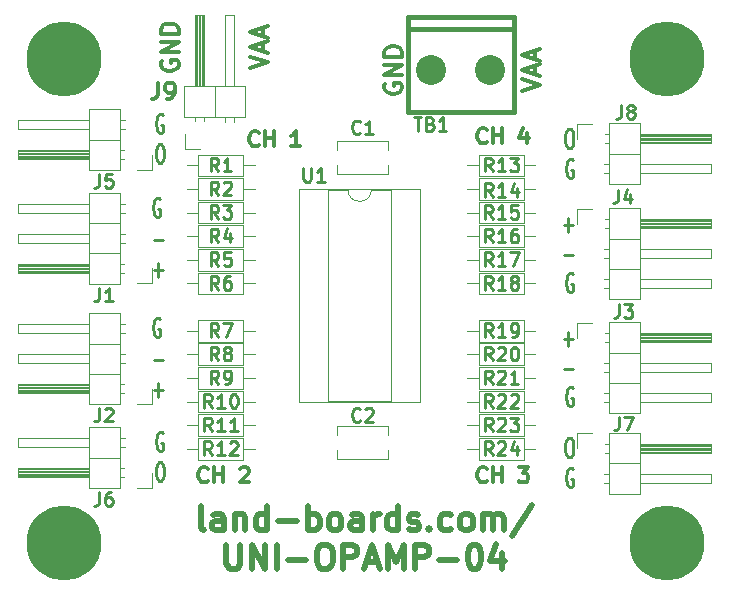
<source format=gto>
G04 #@! TF.GenerationSoftware,KiCad,Pcbnew,(6.0.1)*
G04 #@! TF.CreationDate,2022-07-29T09:16:18-04:00*
G04 #@! TF.ProjectId,UNI-OPAMP-04,554e492d-4f50-4414-9d50-2d30342e6b69,1*
G04 #@! TF.SameCoordinates,Original*
G04 #@! TF.FileFunction,Legend,Top*
G04 #@! TF.FilePolarity,Positive*
%FSLAX46Y46*%
G04 Gerber Fmt 4.6, Leading zero omitted, Abs format (unit mm)*
G04 Created by KiCad (PCBNEW (6.0.1)) date 2022-07-29 09:16:18*
%MOMM*%
%LPD*%
G01*
G04 APERTURE LIST*
%ADD10C,0.254000*%
%ADD11C,0.300000*%
%ADD12C,0.508000*%
%ADD13C,0.285750*%
%ADD14C,0.349250*%
%ADD15C,0.120000*%
%ADD16C,0.381000*%
%ADD17C,6.350000*%
%ADD18C,2.540000*%
G04 APERTURE END LIST*
D10*
X42087195Y-51006375D02*
X41990433Y-50930779D01*
X41845290Y-50930779D01*
X41700147Y-51006375D01*
X41603385Y-51157565D01*
X41555004Y-51308755D01*
X41506623Y-51611136D01*
X41506623Y-51837922D01*
X41555004Y-52140303D01*
X41603385Y-52291494D01*
X41700147Y-52442684D01*
X41845290Y-52518279D01*
X41942052Y-52518279D01*
X42087195Y-52442684D01*
X42135576Y-52367089D01*
X42135576Y-51837922D01*
X41942052Y-51837922D01*
X41555004Y-54469392D02*
X42329100Y-54469392D01*
X41555004Y-57025267D02*
X42329100Y-57025267D01*
X41942052Y-57630029D02*
X41942052Y-56420505D01*
X42341195Y-33742313D02*
X42244433Y-33666717D01*
X42099290Y-33666717D01*
X41954147Y-33742313D01*
X41857385Y-33893503D01*
X41809004Y-34044693D01*
X41760623Y-34347074D01*
X41760623Y-34573860D01*
X41809004Y-34876241D01*
X41857385Y-35027432D01*
X41954147Y-35178622D01*
X42099290Y-35254217D01*
X42196052Y-35254217D01*
X42341195Y-35178622D01*
X42389576Y-35103027D01*
X42389576Y-34573860D01*
X42196052Y-34573860D01*
X42002528Y-36222592D02*
X42196052Y-36222592D01*
X42292814Y-36298188D01*
X42389576Y-36449378D01*
X42437957Y-36751759D01*
X42437957Y-37280926D01*
X42389576Y-37583307D01*
X42292814Y-37734497D01*
X42196052Y-37810092D01*
X42002528Y-37810092D01*
X41905766Y-37734497D01*
X41809004Y-37583307D01*
X41760623Y-37280926D01*
X41760623Y-36751759D01*
X41809004Y-36449378D01*
X41905766Y-36298188D01*
X42002528Y-36222592D01*
X76675947Y-34936717D02*
X76869471Y-34936717D01*
X76966233Y-35012313D01*
X77062995Y-35163503D01*
X77111376Y-35465884D01*
X77111376Y-35995051D01*
X77062995Y-36297432D01*
X76966233Y-36448622D01*
X76869471Y-36524217D01*
X76675947Y-36524217D01*
X76579185Y-36448622D01*
X76482423Y-36297432D01*
X76434042Y-35995051D01*
X76434042Y-35465884D01*
X76482423Y-35163503D01*
X76579185Y-35012313D01*
X76675947Y-34936717D01*
X77062995Y-37568188D02*
X76966233Y-37492592D01*
X76821090Y-37492592D01*
X76675947Y-37568188D01*
X76579185Y-37719378D01*
X76530804Y-37870568D01*
X76482423Y-38172949D01*
X76482423Y-38399735D01*
X76530804Y-38702116D01*
X76579185Y-38853307D01*
X76675947Y-39004497D01*
X76821090Y-39080092D01*
X76917852Y-39080092D01*
X77062995Y-39004497D01*
X77111376Y-38928902D01*
X77111376Y-38399735D01*
X76917852Y-38399735D01*
X42087195Y-40846375D02*
X41990433Y-40770779D01*
X41845290Y-40770779D01*
X41700147Y-40846375D01*
X41603385Y-40997565D01*
X41555004Y-41148755D01*
X41506623Y-41451136D01*
X41506623Y-41677922D01*
X41555004Y-41980303D01*
X41603385Y-42131494D01*
X41700147Y-42282684D01*
X41845290Y-42358279D01*
X41942052Y-42358279D01*
X42087195Y-42282684D01*
X42135576Y-42207089D01*
X42135576Y-41677922D01*
X41942052Y-41677922D01*
X41555004Y-44309392D02*
X42329100Y-44309392D01*
X41555004Y-46865267D02*
X42329100Y-46865267D01*
X41942052Y-47470029D02*
X41942052Y-46260505D01*
X42341195Y-60666313D02*
X42244433Y-60590717D01*
X42099290Y-60590717D01*
X41954147Y-60666313D01*
X41857385Y-60817503D01*
X41809004Y-60968693D01*
X41760623Y-61271074D01*
X41760623Y-61497860D01*
X41809004Y-61800241D01*
X41857385Y-61951432D01*
X41954147Y-62102622D01*
X42099290Y-62178217D01*
X42196052Y-62178217D01*
X42341195Y-62102622D01*
X42389576Y-62027027D01*
X42389576Y-61497860D01*
X42196052Y-61497860D01*
X42002528Y-63146592D02*
X42196052Y-63146592D01*
X42292814Y-63222188D01*
X42389576Y-63373378D01*
X42437957Y-63675759D01*
X42437957Y-64204926D01*
X42389576Y-64507307D01*
X42292814Y-64658497D01*
X42196052Y-64734092D01*
X42002528Y-64734092D01*
X41905766Y-64658497D01*
X41809004Y-64507307D01*
X41760623Y-64204926D01*
X41760623Y-63675759D01*
X41809004Y-63373378D01*
X41905766Y-63222188D01*
X42002528Y-63146592D01*
D11*
X72782571Y-31713714D02*
X74282571Y-31213714D01*
X72782571Y-30713714D01*
X73854000Y-30285142D02*
X73854000Y-29570857D01*
X74282571Y-30428000D02*
X72782571Y-29928000D01*
X74282571Y-29428000D01*
X73854000Y-28999428D02*
X73854000Y-28285142D01*
X74282571Y-29142285D02*
X72782571Y-28642285D01*
X74282571Y-28142285D01*
D10*
X76288900Y-43023517D02*
X77062995Y-43023517D01*
X76675947Y-43628279D02*
X76675947Y-42418755D01*
X76288900Y-45579392D02*
X77062995Y-45579392D01*
X77062995Y-47228125D02*
X76966233Y-47152529D01*
X76821090Y-47152529D01*
X76675947Y-47228125D01*
X76579185Y-47379315D01*
X76530804Y-47530505D01*
X76482423Y-47832886D01*
X76482423Y-48059672D01*
X76530804Y-48362053D01*
X76579185Y-48513244D01*
X76675947Y-48664434D01*
X76821090Y-48740029D01*
X76917852Y-48740029D01*
X77062995Y-48664434D01*
X77111376Y-48588839D01*
X77111376Y-48059672D01*
X76917852Y-48059672D01*
D11*
X69759285Y-36013571D02*
X69698809Y-36074047D01*
X69517380Y-36134523D01*
X69396428Y-36134523D01*
X69215000Y-36074047D01*
X69094047Y-35953095D01*
X69033571Y-35832142D01*
X68973095Y-35590238D01*
X68973095Y-35408809D01*
X69033571Y-35166904D01*
X69094047Y-35045952D01*
X69215000Y-34925000D01*
X69396428Y-34864523D01*
X69517380Y-34864523D01*
X69698809Y-34925000D01*
X69759285Y-34985476D01*
X70303571Y-36134523D02*
X70303571Y-34864523D01*
X70303571Y-35469285D02*
X71029285Y-35469285D01*
X71029285Y-36134523D02*
X71029285Y-34864523D01*
X73145952Y-35287857D02*
X73145952Y-36134523D01*
X72843571Y-34804047D02*
X72541190Y-35711190D01*
X73327380Y-35711190D01*
X69759285Y-64715571D02*
X69698809Y-64776047D01*
X69517380Y-64836523D01*
X69396428Y-64836523D01*
X69215000Y-64776047D01*
X69094047Y-64655095D01*
X69033571Y-64534142D01*
X68973095Y-64292238D01*
X68973095Y-64110809D01*
X69033571Y-63868904D01*
X69094047Y-63747952D01*
X69215000Y-63627000D01*
X69396428Y-63566523D01*
X69517380Y-63566523D01*
X69698809Y-63627000D01*
X69759285Y-63687476D01*
X70303571Y-64836523D02*
X70303571Y-63566523D01*
X70303571Y-64171285D02*
X71029285Y-64171285D01*
X71029285Y-64836523D02*
X71029285Y-63566523D01*
X72480714Y-63566523D02*
X73266904Y-63566523D01*
X72843571Y-64050333D01*
X73025000Y-64050333D01*
X73145952Y-64110809D01*
X73206428Y-64171285D01*
X73266904Y-64292238D01*
X73266904Y-64594619D01*
X73206428Y-64715571D01*
X73145952Y-64776047D01*
X73025000Y-64836523D01*
X72662142Y-64836523D01*
X72541190Y-64776047D01*
X72480714Y-64715571D01*
X50455285Y-36267571D02*
X50394809Y-36328047D01*
X50213380Y-36388523D01*
X50092428Y-36388523D01*
X49911000Y-36328047D01*
X49790047Y-36207095D01*
X49729571Y-36086142D01*
X49669095Y-35844238D01*
X49669095Y-35662809D01*
X49729571Y-35420904D01*
X49790047Y-35299952D01*
X49911000Y-35179000D01*
X50092428Y-35118523D01*
X50213380Y-35118523D01*
X50394809Y-35179000D01*
X50455285Y-35239476D01*
X50999571Y-36388523D02*
X50999571Y-35118523D01*
X50999571Y-35723285D02*
X51725285Y-35723285D01*
X51725285Y-36388523D02*
X51725285Y-35118523D01*
X53962904Y-36388523D02*
X53237190Y-36388523D01*
X53600047Y-36388523D02*
X53600047Y-35118523D01*
X53479095Y-35299952D01*
X53358142Y-35420904D01*
X53237190Y-35481380D01*
D12*
X45840952Y-68879478D02*
X45647428Y-68782716D01*
X45550666Y-68589192D01*
X45550666Y-66847478D01*
X47485904Y-68879478D02*
X47485904Y-67815097D01*
X47389142Y-67621573D01*
X47195619Y-67524811D01*
X46808571Y-67524811D01*
X46615047Y-67621573D01*
X47485904Y-68782716D02*
X47292380Y-68879478D01*
X46808571Y-68879478D01*
X46615047Y-68782716D01*
X46518285Y-68589192D01*
X46518285Y-68395668D01*
X46615047Y-68202144D01*
X46808571Y-68105382D01*
X47292380Y-68105382D01*
X47485904Y-68008620D01*
X48453523Y-67524811D02*
X48453523Y-68879478D01*
X48453523Y-67718335D02*
X48550285Y-67621573D01*
X48743809Y-67524811D01*
X49034095Y-67524811D01*
X49227619Y-67621573D01*
X49324380Y-67815097D01*
X49324380Y-68879478D01*
X51162857Y-68879478D02*
X51162857Y-66847478D01*
X51162857Y-68782716D02*
X50969333Y-68879478D01*
X50582285Y-68879478D01*
X50388761Y-68782716D01*
X50292000Y-68685954D01*
X50195238Y-68492430D01*
X50195238Y-67911859D01*
X50292000Y-67718335D01*
X50388761Y-67621573D01*
X50582285Y-67524811D01*
X50969333Y-67524811D01*
X51162857Y-67621573D01*
X52130476Y-68105382D02*
X53678666Y-68105382D01*
X54646285Y-68879478D02*
X54646285Y-66847478D01*
X54646285Y-67621573D02*
X54839809Y-67524811D01*
X55226857Y-67524811D01*
X55420380Y-67621573D01*
X55517142Y-67718335D01*
X55613904Y-67911859D01*
X55613904Y-68492430D01*
X55517142Y-68685954D01*
X55420380Y-68782716D01*
X55226857Y-68879478D01*
X54839809Y-68879478D01*
X54646285Y-68782716D01*
X56775047Y-68879478D02*
X56581523Y-68782716D01*
X56484761Y-68685954D01*
X56388000Y-68492430D01*
X56388000Y-67911859D01*
X56484761Y-67718335D01*
X56581523Y-67621573D01*
X56775047Y-67524811D01*
X57065333Y-67524811D01*
X57258857Y-67621573D01*
X57355619Y-67718335D01*
X57452380Y-67911859D01*
X57452380Y-68492430D01*
X57355619Y-68685954D01*
X57258857Y-68782716D01*
X57065333Y-68879478D01*
X56775047Y-68879478D01*
X59194095Y-68879478D02*
X59194095Y-67815097D01*
X59097333Y-67621573D01*
X58903809Y-67524811D01*
X58516761Y-67524811D01*
X58323238Y-67621573D01*
X59194095Y-68782716D02*
X59000571Y-68879478D01*
X58516761Y-68879478D01*
X58323238Y-68782716D01*
X58226476Y-68589192D01*
X58226476Y-68395668D01*
X58323238Y-68202144D01*
X58516761Y-68105382D01*
X59000571Y-68105382D01*
X59194095Y-68008620D01*
X60161714Y-68879478D02*
X60161714Y-67524811D01*
X60161714Y-67911859D02*
X60258476Y-67718335D01*
X60355238Y-67621573D01*
X60548761Y-67524811D01*
X60742285Y-67524811D01*
X62290476Y-68879478D02*
X62290476Y-66847478D01*
X62290476Y-68782716D02*
X62096952Y-68879478D01*
X61709904Y-68879478D01*
X61516380Y-68782716D01*
X61419619Y-68685954D01*
X61322857Y-68492430D01*
X61322857Y-67911859D01*
X61419619Y-67718335D01*
X61516380Y-67621573D01*
X61709904Y-67524811D01*
X62096952Y-67524811D01*
X62290476Y-67621573D01*
X63161333Y-68782716D02*
X63354857Y-68879478D01*
X63741904Y-68879478D01*
X63935428Y-68782716D01*
X64032190Y-68589192D01*
X64032190Y-68492430D01*
X63935428Y-68298906D01*
X63741904Y-68202144D01*
X63451619Y-68202144D01*
X63258095Y-68105382D01*
X63161333Y-67911859D01*
X63161333Y-67815097D01*
X63258095Y-67621573D01*
X63451619Y-67524811D01*
X63741904Y-67524811D01*
X63935428Y-67621573D01*
X64903047Y-68685954D02*
X64999809Y-68782716D01*
X64903047Y-68879478D01*
X64806285Y-68782716D01*
X64903047Y-68685954D01*
X64903047Y-68879478D01*
X66741523Y-68782716D02*
X66548000Y-68879478D01*
X66160952Y-68879478D01*
X65967428Y-68782716D01*
X65870666Y-68685954D01*
X65773904Y-68492430D01*
X65773904Y-67911859D01*
X65870666Y-67718335D01*
X65967428Y-67621573D01*
X66160952Y-67524811D01*
X66548000Y-67524811D01*
X66741523Y-67621573D01*
X67902666Y-68879478D02*
X67709142Y-68782716D01*
X67612380Y-68685954D01*
X67515619Y-68492430D01*
X67515619Y-67911859D01*
X67612380Y-67718335D01*
X67709142Y-67621573D01*
X67902666Y-67524811D01*
X68192952Y-67524811D01*
X68386476Y-67621573D01*
X68483238Y-67718335D01*
X68580000Y-67911859D01*
X68580000Y-68492430D01*
X68483238Y-68685954D01*
X68386476Y-68782716D01*
X68192952Y-68879478D01*
X67902666Y-68879478D01*
X69450857Y-68879478D02*
X69450857Y-67524811D01*
X69450857Y-67718335D02*
X69547619Y-67621573D01*
X69741142Y-67524811D01*
X70031428Y-67524811D01*
X70224952Y-67621573D01*
X70321714Y-67815097D01*
X70321714Y-68879478D01*
X70321714Y-67815097D02*
X70418476Y-67621573D01*
X70612000Y-67524811D01*
X70902285Y-67524811D01*
X71095809Y-67621573D01*
X71192571Y-67815097D01*
X71192571Y-68879478D01*
X73611619Y-66750716D02*
X71869904Y-69363287D01*
X47727809Y-70118998D02*
X47727809Y-71763950D01*
X47824571Y-71957474D01*
X47921333Y-72054236D01*
X48114857Y-72150998D01*
X48501904Y-72150998D01*
X48695428Y-72054236D01*
X48792190Y-71957474D01*
X48888952Y-71763950D01*
X48888952Y-70118998D01*
X49856571Y-72150998D02*
X49856571Y-70118998D01*
X51017714Y-72150998D01*
X51017714Y-70118998D01*
X51985333Y-72150998D02*
X51985333Y-70118998D01*
X52952952Y-71376902D02*
X54501142Y-71376902D01*
X55855809Y-70118998D02*
X56242857Y-70118998D01*
X56436380Y-70215760D01*
X56629904Y-70409283D01*
X56726666Y-70796331D01*
X56726666Y-71473664D01*
X56629904Y-71860712D01*
X56436380Y-72054236D01*
X56242857Y-72150998D01*
X55855809Y-72150998D01*
X55662285Y-72054236D01*
X55468761Y-71860712D01*
X55372000Y-71473664D01*
X55372000Y-70796331D01*
X55468761Y-70409283D01*
X55662285Y-70215760D01*
X55855809Y-70118998D01*
X57597523Y-72150998D02*
X57597523Y-70118998D01*
X58371619Y-70118998D01*
X58565142Y-70215760D01*
X58661904Y-70312521D01*
X58758666Y-70506045D01*
X58758666Y-70796331D01*
X58661904Y-70989855D01*
X58565142Y-71086617D01*
X58371619Y-71183379D01*
X57597523Y-71183379D01*
X59532761Y-71570426D02*
X60500380Y-71570426D01*
X59339238Y-72150998D02*
X60016571Y-70118998D01*
X60693904Y-72150998D01*
X61371238Y-72150998D02*
X61371238Y-70118998D01*
X62048571Y-71570426D01*
X62725904Y-70118998D01*
X62725904Y-72150998D01*
X63693523Y-72150998D02*
X63693523Y-70118998D01*
X64467619Y-70118998D01*
X64661142Y-70215760D01*
X64757904Y-70312521D01*
X64854666Y-70506045D01*
X64854666Y-70796331D01*
X64757904Y-70989855D01*
X64661142Y-71086617D01*
X64467619Y-71183379D01*
X63693523Y-71183379D01*
X65725523Y-71376902D02*
X67273714Y-71376902D01*
X68628380Y-70118998D02*
X68821904Y-70118998D01*
X69015428Y-70215760D01*
X69112190Y-70312521D01*
X69208952Y-70506045D01*
X69305714Y-70893093D01*
X69305714Y-71376902D01*
X69208952Y-71763950D01*
X69112190Y-71957474D01*
X69015428Y-72054236D01*
X68821904Y-72150998D01*
X68628380Y-72150998D01*
X68434857Y-72054236D01*
X68338095Y-71957474D01*
X68241333Y-71763950D01*
X68144571Y-71376902D01*
X68144571Y-70893093D01*
X68241333Y-70506045D01*
X68338095Y-70312521D01*
X68434857Y-70215760D01*
X68628380Y-70118998D01*
X71047428Y-70796331D02*
X71047428Y-72150998D01*
X70563619Y-70022236D02*
X70079809Y-71473664D01*
X71337714Y-71473664D01*
D10*
X76288900Y-52675517D02*
X77062995Y-52675517D01*
X76675947Y-53280279D02*
X76675947Y-52070755D01*
X76288900Y-55231392D02*
X77062995Y-55231392D01*
X77062995Y-56880125D02*
X76966233Y-56804529D01*
X76821090Y-56804529D01*
X76675947Y-56880125D01*
X76579185Y-57031315D01*
X76530804Y-57182505D01*
X76482423Y-57484886D01*
X76482423Y-57711672D01*
X76530804Y-58014053D01*
X76579185Y-58165244D01*
X76675947Y-58316434D01*
X76821090Y-58392029D01*
X76917852Y-58392029D01*
X77062995Y-58316434D01*
X77111376Y-58240839D01*
X77111376Y-57711672D01*
X76917852Y-57711672D01*
D11*
X46127285Y-64715571D02*
X46066809Y-64776047D01*
X45885380Y-64836523D01*
X45764428Y-64836523D01*
X45583000Y-64776047D01*
X45462047Y-64655095D01*
X45401571Y-64534142D01*
X45341095Y-64292238D01*
X45341095Y-64110809D01*
X45401571Y-63868904D01*
X45462047Y-63747952D01*
X45583000Y-63627000D01*
X45764428Y-63566523D01*
X45885380Y-63566523D01*
X46066809Y-63627000D01*
X46127285Y-63687476D01*
X46671571Y-64836523D02*
X46671571Y-63566523D01*
X46671571Y-64171285D02*
X47397285Y-64171285D01*
X47397285Y-64836523D02*
X47397285Y-63566523D01*
X48909190Y-63687476D02*
X48969666Y-63627000D01*
X49090619Y-63566523D01*
X49393000Y-63566523D01*
X49513952Y-63627000D01*
X49574428Y-63687476D01*
X49634904Y-63808428D01*
X49634904Y-63929380D01*
X49574428Y-64110809D01*
X48848714Y-64836523D01*
X49634904Y-64836523D01*
X61170000Y-31070857D02*
X61098571Y-31213714D01*
X61098571Y-31428000D01*
X61170000Y-31642285D01*
X61312857Y-31785142D01*
X61455714Y-31856571D01*
X61741428Y-31928000D01*
X61955714Y-31928000D01*
X62241428Y-31856571D01*
X62384285Y-31785142D01*
X62527142Y-31642285D01*
X62598571Y-31428000D01*
X62598571Y-31285142D01*
X62527142Y-31070857D01*
X62455714Y-30999428D01*
X61955714Y-30999428D01*
X61955714Y-31285142D01*
X62598571Y-30356571D02*
X61098571Y-30356571D01*
X62598571Y-29499428D01*
X61098571Y-29499428D01*
X62598571Y-28785142D02*
X61098571Y-28785142D01*
X61098571Y-28428000D01*
X61170000Y-28213714D01*
X61312857Y-28070857D01*
X61455714Y-27999428D01*
X61741428Y-27928000D01*
X61955714Y-27928000D01*
X62241428Y-27999428D01*
X62384285Y-28070857D01*
X62527142Y-28213714D01*
X62598571Y-28428000D01*
X62598571Y-28785142D01*
X42250000Y-29142857D02*
X42178571Y-29285714D01*
X42178571Y-29500000D01*
X42250000Y-29714285D01*
X42392857Y-29857142D01*
X42535714Y-29928571D01*
X42821428Y-30000000D01*
X43035714Y-30000000D01*
X43321428Y-29928571D01*
X43464285Y-29857142D01*
X43607142Y-29714285D01*
X43678571Y-29500000D01*
X43678571Y-29357142D01*
X43607142Y-29142857D01*
X43535714Y-29071428D01*
X43035714Y-29071428D01*
X43035714Y-29357142D01*
X43678571Y-28428571D02*
X42178571Y-28428571D01*
X43678571Y-27571428D01*
X42178571Y-27571428D01*
X43678571Y-26857142D02*
X42178571Y-26857142D01*
X42178571Y-26500000D01*
X42250000Y-26285714D01*
X42392857Y-26142857D01*
X42535714Y-26071428D01*
X42821428Y-26000000D01*
X43035714Y-26000000D01*
X43321428Y-26071428D01*
X43464285Y-26142857D01*
X43607142Y-26285714D01*
X43678571Y-26500000D01*
X43678571Y-26857142D01*
X49724571Y-29785714D02*
X51224571Y-29285714D01*
X49724571Y-28785714D01*
X50796000Y-28357142D02*
X50796000Y-27642857D01*
X51224571Y-28500000D02*
X49724571Y-28000000D01*
X51224571Y-27500000D01*
X50796000Y-27071428D02*
X50796000Y-26357142D01*
X51224571Y-27214285D02*
X49724571Y-26714285D01*
X51224571Y-26214285D01*
D10*
X76675947Y-61098717D02*
X76869471Y-61098717D01*
X76966233Y-61174313D01*
X77062995Y-61325503D01*
X77111376Y-61627884D01*
X77111376Y-62157051D01*
X77062995Y-62459432D01*
X76966233Y-62610622D01*
X76869471Y-62686217D01*
X76675947Y-62686217D01*
X76579185Y-62610622D01*
X76482423Y-62459432D01*
X76434042Y-62157051D01*
X76434042Y-61627884D01*
X76482423Y-61325503D01*
X76579185Y-61174313D01*
X76675947Y-61098717D01*
X77062995Y-63730188D02*
X76966233Y-63654592D01*
X76821090Y-63654592D01*
X76675947Y-63730188D01*
X76579185Y-63881378D01*
X76530804Y-64032568D01*
X76482423Y-64334949D01*
X76482423Y-64561735D01*
X76530804Y-64864116D01*
X76579185Y-65015307D01*
X76675947Y-65166497D01*
X76821090Y-65242092D01*
X76917852Y-65242092D01*
X77062995Y-65166497D01*
X77111376Y-65090902D01*
X77111376Y-64561735D01*
X76917852Y-64561735D01*
D13*
X54247142Y-38236071D02*
X54247142Y-39161357D01*
X54301571Y-39270214D01*
X54356000Y-39324642D01*
X54464857Y-39379071D01*
X54682571Y-39379071D01*
X54791428Y-39324642D01*
X54845857Y-39270214D01*
X54900285Y-39161357D01*
X54900285Y-38236071D01*
X56043285Y-39379071D02*
X55390142Y-39379071D01*
X55716714Y-39379071D02*
X55716714Y-38236071D01*
X55607857Y-38399357D01*
X55499000Y-38508214D01*
X55390142Y-38562642D01*
X59059500Y-59590214D02*
X59005071Y-59644642D01*
X58841785Y-59699071D01*
X58732928Y-59699071D01*
X58569642Y-59644642D01*
X58460785Y-59535785D01*
X58406357Y-59426928D01*
X58351928Y-59209214D01*
X58351928Y-59045928D01*
X58406357Y-58828214D01*
X58460785Y-58719357D01*
X58569642Y-58610500D01*
X58732928Y-58556071D01*
X58841785Y-58556071D01*
X59005071Y-58610500D01*
X59059500Y-58664928D01*
X59494928Y-58664928D02*
X59549357Y-58610500D01*
X59658214Y-58556071D01*
X59930357Y-58556071D01*
X60039214Y-58610500D01*
X60093642Y-58664928D01*
X60148071Y-58773785D01*
X60148071Y-58882642D01*
X60093642Y-59045928D01*
X59440500Y-59699071D01*
X60148071Y-59699071D01*
X59059500Y-35246214D02*
X59005071Y-35300642D01*
X58841785Y-35355071D01*
X58732928Y-35355071D01*
X58569642Y-35300642D01*
X58460785Y-35191785D01*
X58406357Y-35082928D01*
X58351928Y-34865214D01*
X58351928Y-34701928D01*
X58406357Y-34484214D01*
X58460785Y-34375357D01*
X58569642Y-34266500D01*
X58732928Y-34212071D01*
X58841785Y-34212071D01*
X59005071Y-34266500D01*
X59059500Y-34320928D01*
X60148071Y-35355071D02*
X59494928Y-35355071D01*
X59821500Y-35355071D02*
X59821500Y-34212071D01*
X59712642Y-34375357D01*
X59603785Y-34484214D01*
X59494928Y-34538642D01*
X63581642Y-33918071D02*
X64234785Y-33918071D01*
X63908214Y-35061071D02*
X63908214Y-33918071D01*
X64996785Y-34462357D02*
X65160071Y-34516785D01*
X65214500Y-34571214D01*
X65268928Y-34680071D01*
X65268928Y-34843357D01*
X65214500Y-34952214D01*
X65160071Y-35006642D01*
X65051214Y-35061071D01*
X64615785Y-35061071D01*
X64615785Y-33918071D01*
X64996785Y-33918071D01*
X65105642Y-33972500D01*
X65160071Y-34026928D01*
X65214500Y-34135785D01*
X65214500Y-34244642D01*
X65160071Y-34353500D01*
X65105642Y-34407928D01*
X64996785Y-34462357D01*
X64615785Y-34462357D01*
X66357500Y-35061071D02*
X65704357Y-35061071D01*
X66030928Y-35061071D02*
X66030928Y-33918071D01*
X65922071Y-34081357D01*
X65813214Y-34190214D01*
X65704357Y-34244642D01*
X47053500Y-46517071D02*
X46672500Y-45972785D01*
X46400357Y-46517071D02*
X46400357Y-45374071D01*
X46835785Y-45374071D01*
X46944642Y-45428500D01*
X46999071Y-45482928D01*
X47053500Y-45591785D01*
X47053500Y-45755071D01*
X46999071Y-45863928D01*
X46944642Y-45918357D01*
X46835785Y-45972785D01*
X46400357Y-45972785D01*
X48087642Y-45374071D02*
X47543357Y-45374071D01*
X47488928Y-45918357D01*
X47543357Y-45863928D01*
X47652214Y-45809500D01*
X47924357Y-45809500D01*
X48033214Y-45863928D01*
X48087642Y-45918357D01*
X48142071Y-46027214D01*
X48142071Y-46299357D01*
X48087642Y-46408214D01*
X48033214Y-46462642D01*
X47924357Y-46517071D01*
X47652214Y-46517071D01*
X47543357Y-46462642D01*
X47488928Y-46408214D01*
X47053500Y-44517071D02*
X46672500Y-43972785D01*
X46400357Y-44517071D02*
X46400357Y-43374071D01*
X46835785Y-43374071D01*
X46944642Y-43428500D01*
X46999071Y-43482928D01*
X47053500Y-43591785D01*
X47053500Y-43755071D01*
X46999071Y-43863928D01*
X46944642Y-43918357D01*
X46835785Y-43972785D01*
X46400357Y-43972785D01*
X48033214Y-43755071D02*
X48033214Y-44517071D01*
X47761071Y-43319642D02*
X47488928Y-44136071D01*
X48196500Y-44136071D01*
X47053500Y-40517071D02*
X46672500Y-39972785D01*
X46400357Y-40517071D02*
X46400357Y-39374071D01*
X46835785Y-39374071D01*
X46944642Y-39428500D01*
X46999071Y-39482928D01*
X47053500Y-39591785D01*
X47053500Y-39755071D01*
X46999071Y-39863928D01*
X46944642Y-39918357D01*
X46835785Y-39972785D01*
X46400357Y-39972785D01*
X47488928Y-39482928D02*
X47543357Y-39428500D01*
X47652214Y-39374071D01*
X47924357Y-39374071D01*
X48033214Y-39428500D01*
X48087642Y-39482928D01*
X48142071Y-39591785D01*
X48142071Y-39700642D01*
X48087642Y-39863928D01*
X47434500Y-40517071D01*
X48142071Y-40517071D01*
X47053500Y-42517071D02*
X46672500Y-41972785D01*
X46400357Y-42517071D02*
X46400357Y-41374071D01*
X46835785Y-41374071D01*
X46944642Y-41428500D01*
X46999071Y-41482928D01*
X47053500Y-41591785D01*
X47053500Y-41755071D01*
X46999071Y-41863928D01*
X46944642Y-41918357D01*
X46835785Y-41972785D01*
X46400357Y-41972785D01*
X47434500Y-41374071D02*
X48142071Y-41374071D01*
X47761071Y-41809500D01*
X47924357Y-41809500D01*
X48033214Y-41863928D01*
X48087642Y-41918357D01*
X48142071Y-42027214D01*
X48142071Y-42299357D01*
X48087642Y-42408214D01*
X48033214Y-42462642D01*
X47924357Y-42517071D01*
X47597785Y-42517071D01*
X47488928Y-42462642D01*
X47434500Y-42408214D01*
X47053500Y-56517071D02*
X46672500Y-55972785D01*
X46400357Y-56517071D02*
X46400357Y-55374071D01*
X46835785Y-55374071D01*
X46944642Y-55428500D01*
X46999071Y-55482928D01*
X47053500Y-55591785D01*
X47053500Y-55755071D01*
X46999071Y-55863928D01*
X46944642Y-55918357D01*
X46835785Y-55972785D01*
X46400357Y-55972785D01*
X47597785Y-56517071D02*
X47815500Y-56517071D01*
X47924357Y-56462642D01*
X47978785Y-56408214D01*
X48087642Y-56244928D01*
X48142071Y-56027214D01*
X48142071Y-55591785D01*
X48087642Y-55482928D01*
X48033214Y-55428500D01*
X47924357Y-55374071D01*
X47706642Y-55374071D01*
X47597785Y-55428500D01*
X47543357Y-55482928D01*
X47488928Y-55591785D01*
X47488928Y-55863928D01*
X47543357Y-55972785D01*
X47597785Y-56027214D01*
X47706642Y-56081642D01*
X47924357Y-56081642D01*
X48033214Y-56027214D01*
X48087642Y-55972785D01*
X48142071Y-55863928D01*
X47053500Y-52517071D02*
X46672500Y-51972785D01*
X46400357Y-52517071D02*
X46400357Y-51374071D01*
X46835785Y-51374071D01*
X46944642Y-51428500D01*
X46999071Y-51482928D01*
X47053500Y-51591785D01*
X47053500Y-51755071D01*
X46999071Y-51863928D01*
X46944642Y-51918357D01*
X46835785Y-51972785D01*
X46400357Y-51972785D01*
X47434500Y-51374071D02*
X48196500Y-51374071D01*
X47706642Y-52517071D01*
X46509214Y-60517071D02*
X46128214Y-59972785D01*
X45856071Y-60517071D02*
X45856071Y-59374071D01*
X46291500Y-59374071D01*
X46400357Y-59428500D01*
X46454785Y-59482928D01*
X46509214Y-59591785D01*
X46509214Y-59755071D01*
X46454785Y-59863928D01*
X46400357Y-59918357D01*
X46291500Y-59972785D01*
X45856071Y-59972785D01*
X47597785Y-60517071D02*
X46944642Y-60517071D01*
X47271214Y-60517071D02*
X47271214Y-59374071D01*
X47162357Y-59537357D01*
X47053500Y-59646214D01*
X46944642Y-59700642D01*
X48686357Y-60517071D02*
X48033214Y-60517071D01*
X48359785Y-60517071D02*
X48359785Y-59374071D01*
X48250928Y-59537357D01*
X48142071Y-59646214D01*
X48033214Y-59700642D01*
X46509214Y-58517071D02*
X46128214Y-57972785D01*
X45856071Y-58517071D02*
X45856071Y-57374071D01*
X46291500Y-57374071D01*
X46400357Y-57428500D01*
X46454785Y-57482928D01*
X46509214Y-57591785D01*
X46509214Y-57755071D01*
X46454785Y-57863928D01*
X46400357Y-57918357D01*
X46291500Y-57972785D01*
X45856071Y-57972785D01*
X47597785Y-58517071D02*
X46944642Y-58517071D01*
X47271214Y-58517071D02*
X47271214Y-57374071D01*
X47162357Y-57537357D01*
X47053500Y-57646214D01*
X46944642Y-57700642D01*
X48305357Y-57374071D02*
X48414214Y-57374071D01*
X48523071Y-57428500D01*
X48577500Y-57482928D01*
X48631928Y-57591785D01*
X48686357Y-57809500D01*
X48686357Y-58081642D01*
X48631928Y-58299357D01*
X48577500Y-58408214D01*
X48523071Y-58462642D01*
X48414214Y-58517071D01*
X48305357Y-58517071D01*
X48196500Y-58462642D01*
X48142071Y-58408214D01*
X48087642Y-58299357D01*
X48033214Y-58081642D01*
X48033214Y-57809500D01*
X48087642Y-57591785D01*
X48142071Y-57482928D01*
X48196500Y-57428500D01*
X48305357Y-57374071D01*
X46509214Y-62517071D02*
X46128214Y-61972785D01*
X45856071Y-62517071D02*
X45856071Y-61374071D01*
X46291500Y-61374071D01*
X46400357Y-61428500D01*
X46454785Y-61482928D01*
X46509214Y-61591785D01*
X46509214Y-61755071D01*
X46454785Y-61863928D01*
X46400357Y-61918357D01*
X46291500Y-61972785D01*
X45856071Y-61972785D01*
X47597785Y-62517071D02*
X46944642Y-62517071D01*
X47271214Y-62517071D02*
X47271214Y-61374071D01*
X47162357Y-61537357D01*
X47053500Y-61646214D01*
X46944642Y-61700642D01*
X48033214Y-61482928D02*
X48087642Y-61428500D01*
X48196500Y-61374071D01*
X48468642Y-61374071D01*
X48577500Y-61428500D01*
X48631928Y-61482928D01*
X48686357Y-61591785D01*
X48686357Y-61700642D01*
X48631928Y-61863928D01*
X47978785Y-62517071D01*
X48686357Y-62517071D01*
X47053500Y-38517071D02*
X46672500Y-37972785D01*
X46400357Y-38517071D02*
X46400357Y-37374071D01*
X46835785Y-37374071D01*
X46944642Y-37428500D01*
X46999071Y-37482928D01*
X47053500Y-37591785D01*
X47053500Y-37755071D01*
X46999071Y-37863928D01*
X46944642Y-37918357D01*
X46835785Y-37972785D01*
X46400357Y-37972785D01*
X48142071Y-38517071D02*
X47488928Y-38517071D01*
X47815500Y-38517071D02*
X47815500Y-37374071D01*
X47706642Y-37537357D01*
X47597785Y-37646214D01*
X47488928Y-37700642D01*
X70265214Y-52517071D02*
X69884214Y-51972785D01*
X69612071Y-52517071D02*
X69612071Y-51374071D01*
X70047500Y-51374071D01*
X70156357Y-51428500D01*
X70210785Y-51482928D01*
X70265214Y-51591785D01*
X70265214Y-51755071D01*
X70210785Y-51863928D01*
X70156357Y-51918357D01*
X70047500Y-51972785D01*
X69612071Y-51972785D01*
X71353785Y-52517071D02*
X70700642Y-52517071D01*
X71027214Y-52517071D02*
X71027214Y-51374071D01*
X70918357Y-51537357D01*
X70809500Y-51646214D01*
X70700642Y-51700642D01*
X71898071Y-52517071D02*
X72115785Y-52517071D01*
X72224642Y-52462642D01*
X72279071Y-52408214D01*
X72387928Y-52244928D01*
X72442357Y-52027214D01*
X72442357Y-51591785D01*
X72387928Y-51482928D01*
X72333500Y-51428500D01*
X72224642Y-51374071D01*
X72006928Y-51374071D01*
X71898071Y-51428500D01*
X71843642Y-51482928D01*
X71789214Y-51591785D01*
X71789214Y-51863928D01*
X71843642Y-51972785D01*
X71898071Y-52027214D01*
X72006928Y-52081642D01*
X72224642Y-52081642D01*
X72333500Y-52027214D01*
X72387928Y-51972785D01*
X72442357Y-51863928D01*
X70265214Y-56517071D02*
X69884214Y-55972785D01*
X69612071Y-56517071D02*
X69612071Y-55374071D01*
X70047500Y-55374071D01*
X70156357Y-55428500D01*
X70210785Y-55482928D01*
X70265214Y-55591785D01*
X70265214Y-55755071D01*
X70210785Y-55863928D01*
X70156357Y-55918357D01*
X70047500Y-55972785D01*
X69612071Y-55972785D01*
X70700642Y-55482928D02*
X70755071Y-55428500D01*
X70863928Y-55374071D01*
X71136071Y-55374071D01*
X71244928Y-55428500D01*
X71299357Y-55482928D01*
X71353785Y-55591785D01*
X71353785Y-55700642D01*
X71299357Y-55863928D01*
X70646214Y-56517071D01*
X71353785Y-56517071D01*
X72442357Y-56517071D02*
X71789214Y-56517071D01*
X72115785Y-56517071D02*
X72115785Y-55374071D01*
X72006928Y-55537357D01*
X71898071Y-55646214D01*
X71789214Y-55700642D01*
X70265214Y-60517071D02*
X69884214Y-59972785D01*
X69612071Y-60517071D02*
X69612071Y-59374071D01*
X70047500Y-59374071D01*
X70156357Y-59428500D01*
X70210785Y-59482928D01*
X70265214Y-59591785D01*
X70265214Y-59755071D01*
X70210785Y-59863928D01*
X70156357Y-59918357D01*
X70047500Y-59972785D01*
X69612071Y-59972785D01*
X70700642Y-59482928D02*
X70755071Y-59428500D01*
X70863928Y-59374071D01*
X71136071Y-59374071D01*
X71244928Y-59428500D01*
X71299357Y-59482928D01*
X71353785Y-59591785D01*
X71353785Y-59700642D01*
X71299357Y-59863928D01*
X70646214Y-60517071D01*
X71353785Y-60517071D01*
X71734785Y-59374071D02*
X72442357Y-59374071D01*
X72061357Y-59809500D01*
X72224642Y-59809500D01*
X72333500Y-59863928D01*
X72387928Y-59918357D01*
X72442357Y-60027214D01*
X72442357Y-60299357D01*
X72387928Y-60408214D01*
X72333500Y-60462642D01*
X72224642Y-60517071D01*
X71898071Y-60517071D01*
X71789214Y-60462642D01*
X71734785Y-60408214D01*
X70265214Y-58517071D02*
X69884214Y-57972785D01*
X69612071Y-58517071D02*
X69612071Y-57374071D01*
X70047500Y-57374071D01*
X70156357Y-57428500D01*
X70210785Y-57482928D01*
X70265214Y-57591785D01*
X70265214Y-57755071D01*
X70210785Y-57863928D01*
X70156357Y-57918357D01*
X70047500Y-57972785D01*
X69612071Y-57972785D01*
X70700642Y-57482928D02*
X70755071Y-57428500D01*
X70863928Y-57374071D01*
X71136071Y-57374071D01*
X71244928Y-57428500D01*
X71299357Y-57482928D01*
X71353785Y-57591785D01*
X71353785Y-57700642D01*
X71299357Y-57863928D01*
X70646214Y-58517071D01*
X71353785Y-58517071D01*
X71789214Y-57482928D02*
X71843642Y-57428500D01*
X71952500Y-57374071D01*
X72224642Y-57374071D01*
X72333500Y-57428500D01*
X72387928Y-57482928D01*
X72442357Y-57591785D01*
X72442357Y-57700642D01*
X72387928Y-57863928D01*
X71734785Y-58517071D01*
X72442357Y-58517071D01*
X70265214Y-46517071D02*
X69884214Y-45972785D01*
X69612071Y-46517071D02*
X69612071Y-45374071D01*
X70047500Y-45374071D01*
X70156357Y-45428500D01*
X70210785Y-45482928D01*
X70265214Y-45591785D01*
X70265214Y-45755071D01*
X70210785Y-45863928D01*
X70156357Y-45918357D01*
X70047500Y-45972785D01*
X69612071Y-45972785D01*
X71353785Y-46517071D02*
X70700642Y-46517071D01*
X71027214Y-46517071D02*
X71027214Y-45374071D01*
X70918357Y-45537357D01*
X70809500Y-45646214D01*
X70700642Y-45700642D01*
X71734785Y-45374071D02*
X72496785Y-45374071D01*
X72006928Y-46517071D01*
X70265214Y-44517071D02*
X69884214Y-43972785D01*
X69612071Y-44517071D02*
X69612071Y-43374071D01*
X70047500Y-43374071D01*
X70156357Y-43428500D01*
X70210785Y-43482928D01*
X70265214Y-43591785D01*
X70265214Y-43755071D01*
X70210785Y-43863928D01*
X70156357Y-43918357D01*
X70047500Y-43972785D01*
X69612071Y-43972785D01*
X71353785Y-44517071D02*
X70700642Y-44517071D01*
X71027214Y-44517071D02*
X71027214Y-43374071D01*
X70918357Y-43537357D01*
X70809500Y-43646214D01*
X70700642Y-43700642D01*
X72333500Y-43374071D02*
X72115785Y-43374071D01*
X72006928Y-43428500D01*
X71952500Y-43482928D01*
X71843642Y-43646214D01*
X71789214Y-43863928D01*
X71789214Y-44299357D01*
X71843642Y-44408214D01*
X71898071Y-44462642D01*
X72006928Y-44517071D01*
X72224642Y-44517071D01*
X72333500Y-44462642D01*
X72387928Y-44408214D01*
X72442357Y-44299357D01*
X72442357Y-44027214D01*
X72387928Y-43918357D01*
X72333500Y-43863928D01*
X72224642Y-43809500D01*
X72006928Y-43809500D01*
X71898071Y-43863928D01*
X71843642Y-43918357D01*
X71789214Y-44027214D01*
X70265214Y-40649071D02*
X69884214Y-40104785D01*
X69612071Y-40649071D02*
X69612071Y-39506071D01*
X70047500Y-39506071D01*
X70156357Y-39560500D01*
X70210785Y-39614928D01*
X70265214Y-39723785D01*
X70265214Y-39887071D01*
X70210785Y-39995928D01*
X70156357Y-40050357D01*
X70047500Y-40104785D01*
X69612071Y-40104785D01*
X71353785Y-40649071D02*
X70700642Y-40649071D01*
X71027214Y-40649071D02*
X71027214Y-39506071D01*
X70918357Y-39669357D01*
X70809500Y-39778214D01*
X70700642Y-39832642D01*
X72333500Y-39887071D02*
X72333500Y-40649071D01*
X72061357Y-39451642D02*
X71789214Y-40268071D01*
X72496785Y-40268071D01*
X70265214Y-42517071D02*
X69884214Y-41972785D01*
X69612071Y-42517071D02*
X69612071Y-41374071D01*
X70047500Y-41374071D01*
X70156357Y-41428500D01*
X70210785Y-41482928D01*
X70265214Y-41591785D01*
X70265214Y-41755071D01*
X70210785Y-41863928D01*
X70156357Y-41918357D01*
X70047500Y-41972785D01*
X69612071Y-41972785D01*
X71353785Y-42517071D02*
X70700642Y-42517071D01*
X71027214Y-42517071D02*
X71027214Y-41374071D01*
X70918357Y-41537357D01*
X70809500Y-41646214D01*
X70700642Y-41700642D01*
X72387928Y-41374071D02*
X71843642Y-41374071D01*
X71789214Y-41918357D01*
X71843642Y-41863928D01*
X71952500Y-41809500D01*
X72224642Y-41809500D01*
X72333500Y-41863928D01*
X72387928Y-41918357D01*
X72442357Y-42027214D01*
X72442357Y-42299357D01*
X72387928Y-42408214D01*
X72333500Y-42462642D01*
X72224642Y-42517071D01*
X71952500Y-42517071D01*
X71843642Y-42462642D01*
X71789214Y-42408214D01*
X70265214Y-38517071D02*
X69884214Y-37972785D01*
X69612071Y-38517071D02*
X69612071Y-37374071D01*
X70047500Y-37374071D01*
X70156357Y-37428500D01*
X70210785Y-37482928D01*
X70265214Y-37591785D01*
X70265214Y-37755071D01*
X70210785Y-37863928D01*
X70156357Y-37918357D01*
X70047500Y-37972785D01*
X69612071Y-37972785D01*
X71353785Y-38517071D02*
X70700642Y-38517071D01*
X71027214Y-38517071D02*
X71027214Y-37374071D01*
X70918357Y-37537357D01*
X70809500Y-37646214D01*
X70700642Y-37700642D01*
X71734785Y-37374071D02*
X72442357Y-37374071D01*
X72061357Y-37809500D01*
X72224642Y-37809500D01*
X72333500Y-37863928D01*
X72387928Y-37918357D01*
X72442357Y-38027214D01*
X72442357Y-38299357D01*
X72387928Y-38408214D01*
X72333500Y-38462642D01*
X72224642Y-38517071D01*
X71898071Y-38517071D01*
X71789214Y-38462642D01*
X71734785Y-38408214D01*
X70265214Y-62517071D02*
X69884214Y-61972785D01*
X69612071Y-62517071D02*
X69612071Y-61374071D01*
X70047500Y-61374071D01*
X70156357Y-61428500D01*
X70210785Y-61482928D01*
X70265214Y-61591785D01*
X70265214Y-61755071D01*
X70210785Y-61863928D01*
X70156357Y-61918357D01*
X70047500Y-61972785D01*
X69612071Y-61972785D01*
X70700642Y-61482928D02*
X70755071Y-61428500D01*
X70863928Y-61374071D01*
X71136071Y-61374071D01*
X71244928Y-61428500D01*
X71299357Y-61482928D01*
X71353785Y-61591785D01*
X71353785Y-61700642D01*
X71299357Y-61863928D01*
X70646214Y-62517071D01*
X71353785Y-62517071D01*
X72333500Y-61755071D02*
X72333500Y-62517071D01*
X72061357Y-61319642D02*
X71789214Y-62136071D01*
X72496785Y-62136071D01*
X47053500Y-48517071D02*
X46672500Y-47972785D01*
X46400357Y-48517071D02*
X46400357Y-47374071D01*
X46835785Y-47374071D01*
X46944642Y-47428500D01*
X46999071Y-47482928D01*
X47053500Y-47591785D01*
X47053500Y-47755071D01*
X46999071Y-47863928D01*
X46944642Y-47918357D01*
X46835785Y-47972785D01*
X46400357Y-47972785D01*
X48033214Y-47374071D02*
X47815500Y-47374071D01*
X47706642Y-47428500D01*
X47652214Y-47482928D01*
X47543357Y-47646214D01*
X47488928Y-47863928D01*
X47488928Y-48299357D01*
X47543357Y-48408214D01*
X47597785Y-48462642D01*
X47706642Y-48517071D01*
X47924357Y-48517071D01*
X48033214Y-48462642D01*
X48087642Y-48408214D01*
X48142071Y-48299357D01*
X48142071Y-48027214D01*
X48087642Y-47918357D01*
X48033214Y-47863928D01*
X47924357Y-47809500D01*
X47706642Y-47809500D01*
X47597785Y-47863928D01*
X47543357Y-47918357D01*
X47488928Y-48027214D01*
X47053500Y-54517071D02*
X46672500Y-53972785D01*
X46400357Y-54517071D02*
X46400357Y-53374071D01*
X46835785Y-53374071D01*
X46944642Y-53428500D01*
X46999071Y-53482928D01*
X47053500Y-53591785D01*
X47053500Y-53755071D01*
X46999071Y-53863928D01*
X46944642Y-53918357D01*
X46835785Y-53972785D01*
X46400357Y-53972785D01*
X47706642Y-53863928D02*
X47597785Y-53809500D01*
X47543357Y-53755071D01*
X47488928Y-53646214D01*
X47488928Y-53591785D01*
X47543357Y-53482928D01*
X47597785Y-53428500D01*
X47706642Y-53374071D01*
X47924357Y-53374071D01*
X48033214Y-53428500D01*
X48087642Y-53482928D01*
X48142071Y-53591785D01*
X48142071Y-53646214D01*
X48087642Y-53755071D01*
X48033214Y-53809500D01*
X47924357Y-53863928D01*
X47706642Y-53863928D01*
X47597785Y-53918357D01*
X47543357Y-53972785D01*
X47488928Y-54081642D01*
X47488928Y-54299357D01*
X47543357Y-54408214D01*
X47597785Y-54462642D01*
X47706642Y-54517071D01*
X47924357Y-54517071D01*
X48033214Y-54462642D01*
X48087642Y-54408214D01*
X48142071Y-54299357D01*
X48142071Y-54081642D01*
X48087642Y-53972785D01*
X48033214Y-53918357D01*
X47924357Y-53863928D01*
X70265214Y-54517071D02*
X69884214Y-53972785D01*
X69612071Y-54517071D02*
X69612071Y-53374071D01*
X70047500Y-53374071D01*
X70156357Y-53428500D01*
X70210785Y-53482928D01*
X70265214Y-53591785D01*
X70265214Y-53755071D01*
X70210785Y-53863928D01*
X70156357Y-53918357D01*
X70047500Y-53972785D01*
X69612071Y-53972785D01*
X70700642Y-53482928D02*
X70755071Y-53428500D01*
X70863928Y-53374071D01*
X71136071Y-53374071D01*
X71244928Y-53428500D01*
X71299357Y-53482928D01*
X71353785Y-53591785D01*
X71353785Y-53700642D01*
X71299357Y-53863928D01*
X70646214Y-54517071D01*
X71353785Y-54517071D01*
X72061357Y-53374071D02*
X72170214Y-53374071D01*
X72279071Y-53428500D01*
X72333500Y-53482928D01*
X72387928Y-53591785D01*
X72442357Y-53809500D01*
X72442357Y-54081642D01*
X72387928Y-54299357D01*
X72333500Y-54408214D01*
X72279071Y-54462642D01*
X72170214Y-54517071D01*
X72061357Y-54517071D01*
X71952500Y-54462642D01*
X71898071Y-54408214D01*
X71843642Y-54299357D01*
X71789214Y-54081642D01*
X71789214Y-53809500D01*
X71843642Y-53591785D01*
X71898071Y-53482928D01*
X71952500Y-53428500D01*
X72061357Y-53374071D01*
X70265214Y-48517071D02*
X69884214Y-47972785D01*
X69612071Y-48517071D02*
X69612071Y-47374071D01*
X70047500Y-47374071D01*
X70156357Y-47428500D01*
X70210785Y-47482928D01*
X70265214Y-47591785D01*
X70265214Y-47755071D01*
X70210785Y-47863928D01*
X70156357Y-47918357D01*
X70047500Y-47972785D01*
X69612071Y-47972785D01*
X71353785Y-48517071D02*
X70700642Y-48517071D01*
X71027214Y-48517071D02*
X71027214Y-47374071D01*
X70918357Y-47537357D01*
X70809500Y-47646214D01*
X70700642Y-47700642D01*
X72006928Y-47863928D02*
X71898071Y-47809500D01*
X71843642Y-47755071D01*
X71789214Y-47646214D01*
X71789214Y-47591785D01*
X71843642Y-47482928D01*
X71898071Y-47428500D01*
X72006928Y-47374071D01*
X72224642Y-47374071D01*
X72333500Y-47428500D01*
X72387928Y-47482928D01*
X72442357Y-47591785D01*
X72442357Y-47646214D01*
X72387928Y-47755071D01*
X72333500Y-47809500D01*
X72224642Y-47863928D01*
X72006928Y-47863928D01*
X71898071Y-47918357D01*
X71843642Y-47972785D01*
X71789214Y-48081642D01*
X71789214Y-48299357D01*
X71843642Y-48408214D01*
X71898071Y-48462642D01*
X72006928Y-48517071D01*
X72224642Y-48517071D01*
X72333500Y-48462642D01*
X72387928Y-48408214D01*
X72442357Y-48299357D01*
X72442357Y-48081642D01*
X72387928Y-47972785D01*
X72333500Y-47918357D01*
X72224642Y-47863928D01*
D14*
X41952333Y-30984976D02*
X41952333Y-31982833D01*
X41885809Y-32182404D01*
X41752761Y-32315452D01*
X41553190Y-32381976D01*
X41420142Y-32381976D01*
X42684095Y-32381976D02*
X42950190Y-32381976D01*
X43083238Y-32315452D01*
X43149761Y-32248928D01*
X43282809Y-32049357D01*
X43349333Y-31783261D01*
X43349333Y-31251071D01*
X43282809Y-31118023D01*
X43216285Y-31051500D01*
X43083238Y-30984976D01*
X42817142Y-30984976D01*
X42684095Y-31051500D01*
X42617571Y-31118023D01*
X42551047Y-31251071D01*
X42551047Y-31583690D01*
X42617571Y-31716738D01*
X42684095Y-31783261D01*
X42817142Y-31849785D01*
X43083238Y-31849785D01*
X43216285Y-31783261D01*
X43282809Y-31716738D01*
X43349333Y-31583690D01*
D13*
X36957000Y-65668071D02*
X36957000Y-66484500D01*
X36902571Y-66647785D01*
X36793714Y-66756642D01*
X36630428Y-66811071D01*
X36521571Y-66811071D01*
X37991142Y-65668071D02*
X37773428Y-65668071D01*
X37664571Y-65722500D01*
X37610142Y-65776928D01*
X37501285Y-65940214D01*
X37446857Y-66157928D01*
X37446857Y-66593357D01*
X37501285Y-66702214D01*
X37555714Y-66756642D01*
X37664571Y-66811071D01*
X37882285Y-66811071D01*
X37991142Y-66756642D01*
X38045571Y-66702214D01*
X38100000Y-66593357D01*
X38100000Y-66321214D01*
X38045571Y-66212357D01*
X37991142Y-66157928D01*
X37882285Y-66103500D01*
X37664571Y-66103500D01*
X37555714Y-66157928D01*
X37501285Y-66212357D01*
X37446857Y-66321214D01*
X81153000Y-32902071D02*
X81153000Y-33718500D01*
X81098571Y-33881785D01*
X80989714Y-33990642D01*
X80826428Y-34045071D01*
X80717571Y-34045071D01*
X81860571Y-33391928D02*
X81751714Y-33337500D01*
X81697285Y-33283071D01*
X81642857Y-33174214D01*
X81642857Y-33119785D01*
X81697285Y-33010928D01*
X81751714Y-32956500D01*
X81860571Y-32902071D01*
X82078285Y-32902071D01*
X82187142Y-32956500D01*
X82241571Y-33010928D01*
X82296000Y-33119785D01*
X82296000Y-33174214D01*
X82241571Y-33283071D01*
X82187142Y-33337500D01*
X82078285Y-33391928D01*
X81860571Y-33391928D01*
X81751714Y-33446357D01*
X81697285Y-33500785D01*
X81642857Y-33609642D01*
X81642857Y-33827357D01*
X81697285Y-33936214D01*
X81751714Y-33990642D01*
X81860571Y-34045071D01*
X82078285Y-34045071D01*
X82187142Y-33990642D01*
X82241571Y-33936214D01*
X82296000Y-33827357D01*
X82296000Y-33609642D01*
X82241571Y-33500785D01*
X82187142Y-33446357D01*
X82078285Y-33391928D01*
X80957000Y-59294071D02*
X80957000Y-60110500D01*
X80902571Y-60273785D01*
X80793714Y-60382642D01*
X80630428Y-60437071D01*
X80521571Y-60437071D01*
X81392428Y-59294071D02*
X82154428Y-59294071D01*
X81664571Y-60437071D01*
X36957000Y-48365071D02*
X36957000Y-49181500D01*
X36902571Y-49344785D01*
X36793714Y-49453642D01*
X36630428Y-49508071D01*
X36521571Y-49508071D01*
X38100000Y-49508071D02*
X37446857Y-49508071D01*
X37773428Y-49508071D02*
X37773428Y-48365071D01*
X37664571Y-48528357D01*
X37555714Y-48637214D01*
X37446857Y-48691642D01*
X36957000Y-38733071D02*
X36957000Y-39549500D01*
X36902571Y-39712785D01*
X36793714Y-39821642D01*
X36630428Y-39876071D01*
X36521571Y-39876071D01*
X38045571Y-38733071D02*
X37501285Y-38733071D01*
X37446857Y-39277357D01*
X37501285Y-39222928D01*
X37610142Y-39168500D01*
X37882285Y-39168500D01*
X37991142Y-39222928D01*
X38045571Y-39277357D01*
X38100000Y-39386214D01*
X38100000Y-39658357D01*
X38045571Y-39767214D01*
X37991142Y-39821642D01*
X37882285Y-39876071D01*
X37610142Y-39876071D01*
X37501285Y-39821642D01*
X37446857Y-39767214D01*
X80957000Y-49768071D02*
X80957000Y-50584500D01*
X80902571Y-50747785D01*
X80793714Y-50856642D01*
X80630428Y-50911071D01*
X80521571Y-50911071D01*
X81392428Y-49768071D02*
X82100000Y-49768071D01*
X81719000Y-50203500D01*
X81882285Y-50203500D01*
X81991142Y-50257928D01*
X82045571Y-50312357D01*
X82100000Y-50421214D01*
X82100000Y-50693357D01*
X82045571Y-50802214D01*
X81991142Y-50856642D01*
X81882285Y-50911071D01*
X81555714Y-50911071D01*
X81446857Y-50856642D01*
X81392428Y-50802214D01*
X36957000Y-58540071D02*
X36957000Y-59356500D01*
X36902571Y-59519785D01*
X36793714Y-59628642D01*
X36630428Y-59683071D01*
X36521571Y-59683071D01*
X37446857Y-58648928D02*
X37501285Y-58594500D01*
X37610142Y-58540071D01*
X37882285Y-58540071D01*
X37991142Y-58594500D01*
X38045571Y-58648928D01*
X38100000Y-58757785D01*
X38100000Y-58866642D01*
X38045571Y-59029928D01*
X37392428Y-59683071D01*
X38100000Y-59683071D01*
X80899000Y-40045071D02*
X80899000Y-40861500D01*
X80844571Y-41024785D01*
X80735714Y-41133642D01*
X80572428Y-41188071D01*
X80463571Y-41188071D01*
X81933142Y-40426071D02*
X81933142Y-41188071D01*
X81661000Y-39990642D02*
X81388857Y-40807071D01*
X82096428Y-40807071D01*
D15*
X64150000Y-39985000D02*
X53870000Y-39985000D01*
X53870000Y-58005000D02*
X64150000Y-58005000D01*
X64150000Y-58005000D02*
X64150000Y-39985000D01*
X56360000Y-40045000D02*
X56360000Y-57945000D01*
X61660000Y-40045000D02*
X60010000Y-40045000D01*
X53870000Y-39985000D02*
X53870000Y-58005000D01*
X56360000Y-57945000D02*
X61660000Y-57945000D01*
X61660000Y-57945000D02*
X61660000Y-40045000D01*
X58010000Y-40045000D02*
X56360000Y-40045000D01*
X58010000Y-40045000D02*
G75*
G03*
X60010000Y-40045000I1000000J0D01*
G01*
X57130000Y-60098000D02*
X57130000Y-60803000D01*
X61370000Y-60098000D02*
X61370000Y-60803000D01*
X57130000Y-60098000D02*
X61370000Y-60098000D01*
X57130000Y-62133000D02*
X57130000Y-62838000D01*
X61370000Y-62133000D02*
X61370000Y-62838000D01*
X57130000Y-62838000D02*
X61370000Y-62838000D01*
X57130000Y-38003000D02*
X57130000Y-38708000D01*
X61370000Y-38003000D02*
X61370000Y-38708000D01*
X57130000Y-35968000D02*
X61370000Y-35968000D01*
X61370000Y-35968000D02*
X61370000Y-36673000D01*
X57130000Y-35968000D02*
X57130000Y-36673000D01*
X57130000Y-38708000D02*
X61370000Y-38708000D01*
D16*
X63064000Y-25464000D02*
X63064000Y-33464000D01*
X63064000Y-25464000D02*
X72064000Y-25464000D01*
X63064000Y-26464000D02*
X72064000Y-26464000D01*
X63064000Y-33464000D02*
X72064000Y-33464000D01*
X72064000Y-25464000D02*
X72064000Y-33464000D01*
D15*
X45324000Y-45080000D02*
X45324000Y-46920000D01*
X49164000Y-45080000D02*
X45324000Y-45080000D01*
X50114000Y-46000000D02*
X49164000Y-46000000D01*
X44374000Y-46000000D02*
X45324000Y-46000000D01*
X49164000Y-46920000D02*
X49164000Y-45080000D01*
X45324000Y-46920000D02*
X49164000Y-46920000D01*
X49164000Y-43080000D02*
X45324000Y-43080000D01*
X49164000Y-44920000D02*
X49164000Y-43080000D01*
X50114000Y-44000000D02*
X49164000Y-44000000D01*
X44374000Y-44000000D02*
X45324000Y-44000000D01*
X45324000Y-44920000D02*
X49164000Y-44920000D01*
X45324000Y-43080000D02*
X45324000Y-44920000D01*
X44374000Y-40000000D02*
X45324000Y-40000000D01*
X45324000Y-39080000D02*
X45324000Y-40920000D01*
X45324000Y-40920000D02*
X49164000Y-40920000D01*
X49164000Y-40920000D02*
X49164000Y-39080000D01*
X49164000Y-39080000D02*
X45324000Y-39080000D01*
X50114000Y-40000000D02*
X49164000Y-40000000D01*
X50114000Y-42000000D02*
X49164000Y-42000000D01*
X44374000Y-42000000D02*
X45324000Y-42000000D01*
X45324000Y-41080000D02*
X45324000Y-42920000D01*
X45324000Y-42920000D02*
X49164000Y-42920000D01*
X49164000Y-41080000D02*
X45324000Y-41080000D01*
X49164000Y-42920000D02*
X49164000Y-41080000D01*
X45324000Y-56920000D02*
X49164000Y-56920000D01*
X44374000Y-56000000D02*
X45324000Y-56000000D01*
X50114000Y-56000000D02*
X49164000Y-56000000D01*
X49164000Y-56920000D02*
X49164000Y-55080000D01*
X49164000Y-55080000D02*
X45324000Y-55080000D01*
X45324000Y-55080000D02*
X45324000Y-56920000D01*
X49164000Y-51080000D02*
X45324000Y-51080000D01*
X50114000Y-52000000D02*
X49164000Y-52000000D01*
X45324000Y-51080000D02*
X45324000Y-52920000D01*
X45324000Y-52920000D02*
X49164000Y-52920000D01*
X44374000Y-52000000D02*
X45324000Y-52000000D01*
X49164000Y-52920000D02*
X49164000Y-51080000D01*
X49164000Y-60920000D02*
X49164000Y-59080000D01*
X49164000Y-59080000D02*
X45324000Y-59080000D01*
X45324000Y-60920000D02*
X49164000Y-60920000D01*
X45324000Y-59080000D02*
X45324000Y-60920000D01*
X50114000Y-60000000D02*
X49164000Y-60000000D01*
X44374000Y-60000000D02*
X45324000Y-60000000D01*
X49164000Y-58920000D02*
X49164000Y-57080000D01*
X44374000Y-58000000D02*
X45324000Y-58000000D01*
X45324000Y-58920000D02*
X49164000Y-58920000D01*
X50114000Y-58000000D02*
X49164000Y-58000000D01*
X49164000Y-57080000D02*
X45324000Y-57080000D01*
X45324000Y-57080000D02*
X45324000Y-58920000D01*
X44374000Y-62000000D02*
X45324000Y-62000000D01*
X50114000Y-62000000D02*
X49164000Y-62000000D01*
X45324000Y-62920000D02*
X49164000Y-62920000D01*
X49164000Y-62920000D02*
X49164000Y-61080000D01*
X49164000Y-61080000D02*
X45324000Y-61080000D01*
X45324000Y-61080000D02*
X45324000Y-62920000D01*
X49164000Y-37080000D02*
X45324000Y-37080000D01*
X45324000Y-38920000D02*
X49164000Y-38920000D01*
X49164000Y-38920000D02*
X49164000Y-37080000D01*
X50114000Y-38000000D02*
X49164000Y-38000000D01*
X44374000Y-38000000D02*
X45324000Y-38000000D01*
X45324000Y-37080000D02*
X45324000Y-38920000D01*
X69080000Y-52920000D02*
X72920000Y-52920000D01*
X68130000Y-52000000D02*
X69080000Y-52000000D01*
X72920000Y-52920000D02*
X72920000Y-51080000D01*
X69080000Y-51080000D02*
X69080000Y-52920000D01*
X73870000Y-52000000D02*
X72920000Y-52000000D01*
X72920000Y-51080000D02*
X69080000Y-51080000D01*
X72920000Y-56920000D02*
X72920000Y-55080000D01*
X72920000Y-55080000D02*
X69080000Y-55080000D01*
X73870000Y-56000000D02*
X72920000Y-56000000D01*
X68130000Y-56000000D02*
X69080000Y-56000000D01*
X69080000Y-56920000D02*
X72920000Y-56920000D01*
X69080000Y-55080000D02*
X69080000Y-56920000D01*
X69080000Y-60920000D02*
X72920000Y-60920000D01*
X72920000Y-60920000D02*
X72920000Y-59080000D01*
X72920000Y-59080000D02*
X69080000Y-59080000D01*
X69080000Y-59080000D02*
X69080000Y-60920000D01*
X68130000Y-60000000D02*
X69080000Y-60000000D01*
X73870000Y-60000000D02*
X72920000Y-60000000D01*
X69080000Y-57080000D02*
X69080000Y-58920000D01*
X72920000Y-57080000D02*
X69080000Y-57080000D01*
X72920000Y-58920000D02*
X72920000Y-57080000D01*
X68130000Y-58000000D02*
X69080000Y-58000000D01*
X69080000Y-58920000D02*
X72920000Y-58920000D01*
X73870000Y-58000000D02*
X72920000Y-58000000D01*
X69080000Y-46920000D02*
X72920000Y-46920000D01*
X72920000Y-45080000D02*
X69080000Y-45080000D01*
X69080000Y-45080000D02*
X69080000Y-46920000D01*
X68130000Y-46000000D02*
X69080000Y-46000000D01*
X72920000Y-46920000D02*
X72920000Y-45080000D01*
X73870000Y-46000000D02*
X72920000Y-46000000D01*
X73870000Y-44000000D02*
X72920000Y-44000000D01*
X69080000Y-44920000D02*
X72920000Y-44920000D01*
X68130000Y-44000000D02*
X69080000Y-44000000D01*
X69080000Y-43080000D02*
X69080000Y-44920000D01*
X72920000Y-43080000D02*
X69080000Y-43080000D01*
X72920000Y-44920000D02*
X72920000Y-43080000D01*
X73870000Y-40000000D02*
X72920000Y-40000000D01*
X69080000Y-39080000D02*
X69080000Y-40920000D01*
X72920000Y-39080000D02*
X69080000Y-39080000D01*
X69080000Y-40920000D02*
X72920000Y-40920000D01*
X68130000Y-40000000D02*
X69080000Y-40000000D01*
X72920000Y-40920000D02*
X72920000Y-39080000D01*
X69080000Y-41080000D02*
X69080000Y-42920000D01*
X68130000Y-42000000D02*
X69080000Y-42000000D01*
X72920000Y-42920000D02*
X72920000Y-41080000D01*
X69080000Y-42920000D02*
X72920000Y-42920000D01*
X72920000Y-41080000D02*
X69080000Y-41080000D01*
X73870000Y-42000000D02*
X72920000Y-42000000D01*
X69080000Y-37080000D02*
X69080000Y-38920000D01*
X72920000Y-38920000D02*
X72920000Y-37080000D01*
X72920000Y-37080000D02*
X69080000Y-37080000D01*
X68130000Y-38000000D02*
X69080000Y-38000000D01*
X69080000Y-38920000D02*
X72920000Y-38920000D01*
X73870000Y-38000000D02*
X72920000Y-38000000D01*
X69080000Y-61080000D02*
X69080000Y-62920000D01*
X73870000Y-62000000D02*
X72920000Y-62000000D01*
X69080000Y-62920000D02*
X72920000Y-62920000D01*
X68130000Y-62000000D02*
X69080000Y-62000000D01*
X72920000Y-62920000D02*
X72920000Y-61080000D01*
X72920000Y-61080000D02*
X69080000Y-61080000D01*
X50114000Y-48000000D02*
X49164000Y-48000000D01*
X49164000Y-48920000D02*
X49164000Y-47080000D01*
X49164000Y-47080000D02*
X45324000Y-47080000D01*
X45324000Y-48920000D02*
X49164000Y-48920000D01*
X44374000Y-48000000D02*
X45324000Y-48000000D01*
X45324000Y-47080000D02*
X45324000Y-48920000D01*
X45324000Y-53080000D02*
X45324000Y-54920000D01*
X44374000Y-54000000D02*
X45324000Y-54000000D01*
X49164000Y-54920000D02*
X49164000Y-53080000D01*
X50114000Y-54000000D02*
X49164000Y-54000000D01*
X45324000Y-54920000D02*
X49164000Y-54920000D01*
X49164000Y-53080000D02*
X45324000Y-53080000D01*
X69080000Y-53080000D02*
X69080000Y-54920000D01*
X72920000Y-53080000D02*
X69080000Y-53080000D01*
X72920000Y-54920000D02*
X72920000Y-53080000D01*
X73870000Y-54000000D02*
X72920000Y-54000000D01*
X68130000Y-54000000D02*
X69080000Y-54000000D01*
X69080000Y-54920000D02*
X72920000Y-54920000D01*
X72920000Y-47080000D02*
X69080000Y-47080000D01*
X69080000Y-47080000D02*
X69080000Y-48920000D01*
X69080000Y-48920000D02*
X72920000Y-48920000D01*
X72920000Y-48920000D02*
X72920000Y-47080000D01*
X68130000Y-48000000D02*
X69080000Y-48000000D01*
X73870000Y-48000000D02*
X72920000Y-48000000D01*
X46731000Y-33923000D02*
X46731000Y-31263000D01*
X45501000Y-31263000D02*
X45501000Y-25263000D01*
X45841000Y-25263000D02*
X45841000Y-31263000D01*
X45261000Y-31263000D02*
X45261000Y-25263000D01*
X45461000Y-36633000D02*
X44191000Y-36633000D01*
X47621000Y-25263000D02*
X48381000Y-25263000D01*
X45081000Y-31263000D02*
X45081000Y-25263000D01*
X49331000Y-33923000D02*
X49331000Y-31263000D01*
X44191000Y-36633000D02*
X44191000Y-35363000D01*
X45141000Y-31263000D02*
X45141000Y-25263000D01*
X45621000Y-31263000D02*
X45621000Y-25263000D01*
X49331000Y-31263000D02*
X44131000Y-31263000D01*
X45381000Y-31263000D02*
X45381000Y-25263000D01*
X45741000Y-31263000D02*
X45741000Y-25263000D01*
X47621000Y-34320071D02*
X47621000Y-33923000D01*
X45081000Y-34253000D02*
X45081000Y-33923000D01*
X45081000Y-25263000D02*
X45841000Y-25263000D01*
X47621000Y-31263000D02*
X47621000Y-25263000D01*
X48381000Y-34320071D02*
X48381000Y-33923000D01*
X45841000Y-34253000D02*
X45841000Y-33923000D01*
X48381000Y-25263000D02*
X48381000Y-31263000D01*
X44131000Y-31263000D02*
X44131000Y-33923000D01*
X44131000Y-33923000D02*
X49331000Y-33923000D01*
X38749000Y-60143000D02*
X36089000Y-60143000D01*
X41459000Y-65283000D02*
X40189000Y-65283000D01*
X36089000Y-63733000D02*
X30089000Y-63733000D01*
X36089000Y-65343000D02*
X38749000Y-65343000D01*
X39146071Y-61093000D02*
X38749000Y-61093000D01*
X39079000Y-64393000D02*
X38749000Y-64393000D01*
X36089000Y-63853000D02*
X30089000Y-63853000D01*
X30089000Y-64393000D02*
X30089000Y-63633000D01*
X39079000Y-63633000D02*
X38749000Y-63633000D01*
X36089000Y-64213000D02*
X30089000Y-64213000D01*
X41459000Y-64013000D02*
X41459000Y-65283000D01*
X38749000Y-62743000D02*
X36089000Y-62743000D01*
X36089000Y-60143000D02*
X36089000Y-65343000D01*
X38749000Y-65343000D02*
X38749000Y-60143000D01*
X30089000Y-61093000D02*
X36089000Y-61093000D01*
X36089000Y-64333000D02*
X30089000Y-64333000D01*
X36089000Y-61853000D02*
X30089000Y-61853000D01*
X30089000Y-63633000D02*
X36089000Y-63633000D01*
X36089000Y-63973000D02*
X30089000Y-63973000D01*
X36089000Y-64093000D02*
X30089000Y-64093000D01*
X36089000Y-64393000D02*
X30089000Y-64393000D01*
X39146071Y-61853000D02*
X38749000Y-61853000D01*
X30089000Y-61853000D02*
X30089000Y-61093000D01*
X82783000Y-35525000D02*
X88783000Y-35525000D01*
X82783000Y-37885000D02*
X88783000Y-37885000D01*
X82783000Y-35345000D02*
X88783000Y-35345000D01*
X79725929Y-37885000D02*
X80123000Y-37885000D01*
X88783000Y-37885000D02*
X88783000Y-38645000D01*
X82783000Y-36005000D02*
X88783000Y-36005000D01*
X82783000Y-34395000D02*
X80123000Y-34395000D01*
X82783000Y-35885000D02*
X88783000Y-35885000D01*
X80123000Y-36995000D02*
X82783000Y-36995000D01*
X79793000Y-36105000D02*
X80123000Y-36105000D01*
X80123000Y-39595000D02*
X82783000Y-39595000D01*
X79793000Y-35345000D02*
X80123000Y-35345000D01*
X82783000Y-35645000D02*
X88783000Y-35645000D01*
X88783000Y-35345000D02*
X88783000Y-36105000D01*
X80123000Y-34395000D02*
X80123000Y-39595000D01*
X82783000Y-35765000D02*
X88783000Y-35765000D01*
X82783000Y-35405000D02*
X88783000Y-35405000D01*
X88783000Y-38645000D02*
X82783000Y-38645000D01*
X88783000Y-36105000D02*
X82783000Y-36105000D01*
X79725929Y-38645000D02*
X80123000Y-38645000D01*
X77413000Y-34455000D02*
X78683000Y-34455000D01*
X82783000Y-39595000D02*
X82783000Y-34395000D01*
X77413000Y-35725000D02*
X77413000Y-34455000D01*
X79725929Y-64891000D02*
X80123000Y-64891000D01*
X82783000Y-62131000D02*
X88783000Y-62131000D01*
X79793000Y-61591000D02*
X80123000Y-61591000D01*
X79725929Y-64131000D02*
X80123000Y-64131000D01*
X77413000Y-61971000D02*
X77413000Y-60701000D01*
X82783000Y-65841000D02*
X82783000Y-60641000D01*
X88783000Y-64891000D02*
X82783000Y-64891000D01*
X82783000Y-64131000D02*
X88783000Y-64131000D01*
X80123000Y-65841000D02*
X82783000Y-65841000D01*
X80123000Y-60641000D02*
X80123000Y-65841000D01*
X82783000Y-61651000D02*
X88783000Y-61651000D01*
X82783000Y-62011000D02*
X88783000Y-62011000D01*
X88783000Y-64131000D02*
X88783000Y-64891000D01*
X82783000Y-61771000D02*
X88783000Y-61771000D01*
X88783000Y-61591000D02*
X88783000Y-62351000D01*
X82783000Y-61591000D02*
X88783000Y-61591000D01*
X80123000Y-63241000D02*
X82783000Y-63241000D01*
X88783000Y-62351000D02*
X82783000Y-62351000D01*
X79793000Y-62351000D02*
X80123000Y-62351000D01*
X82783000Y-60641000D02*
X80123000Y-60641000D01*
X82783000Y-61891000D02*
X88783000Y-61891000D01*
X82783000Y-62251000D02*
X88783000Y-62251000D01*
X77413000Y-60701000D02*
X78683000Y-60701000D01*
X38749000Y-40311000D02*
X36089000Y-40311000D01*
X30089000Y-47101000D02*
X30089000Y-46341000D01*
X41459000Y-47991000D02*
X40189000Y-47991000D01*
X36089000Y-46921000D02*
X30089000Y-46921000D01*
X36089000Y-46561000D02*
X30089000Y-46561000D01*
X39146071Y-41261000D02*
X38749000Y-41261000D01*
X38749000Y-48051000D02*
X38749000Y-40311000D01*
X36089000Y-46441000D02*
X30089000Y-46441000D01*
X36089000Y-46681000D02*
X30089000Y-46681000D01*
X36089000Y-48051000D02*
X38749000Y-48051000D01*
X38749000Y-45451000D02*
X36089000Y-45451000D01*
X30089000Y-41261000D02*
X36089000Y-41261000D01*
X30089000Y-44561000D02*
X30089000Y-43801000D01*
X41459000Y-46721000D02*
X41459000Y-47991000D01*
X39146071Y-42021000D02*
X38749000Y-42021000D01*
X36089000Y-40311000D02*
X36089000Y-48051000D01*
X36089000Y-42021000D02*
X30089000Y-42021000D01*
X30089000Y-43801000D02*
X36089000Y-43801000D01*
X36089000Y-47101000D02*
X30089000Y-47101000D01*
X39079000Y-47101000D02*
X38749000Y-47101000D01*
X39146071Y-43801000D02*
X38749000Y-43801000D01*
X39146071Y-44561000D02*
X38749000Y-44561000D01*
X36089000Y-46801000D02*
X30089000Y-46801000D01*
X30089000Y-46341000D02*
X36089000Y-46341000D01*
X38749000Y-42911000D02*
X36089000Y-42911000D01*
X39079000Y-46341000D02*
X38749000Y-46341000D01*
X36089000Y-44561000D02*
X30089000Y-44561000D01*
X30089000Y-42021000D02*
X30089000Y-41261000D01*
X36089000Y-47041000D02*
X30089000Y-47041000D01*
X39146071Y-34169000D02*
X38749000Y-34169000D01*
X38749000Y-35819000D02*
X36089000Y-35819000D01*
X36089000Y-37289000D02*
X30089000Y-37289000D01*
X30089000Y-36709000D02*
X36089000Y-36709000D01*
X30089000Y-34929000D02*
X30089000Y-34169000D01*
X36089000Y-37469000D02*
X30089000Y-37469000D01*
X38749000Y-33219000D02*
X36089000Y-33219000D01*
X30089000Y-34169000D02*
X36089000Y-34169000D01*
X36089000Y-33219000D02*
X36089000Y-38419000D01*
X36089000Y-37169000D02*
X30089000Y-37169000D01*
X36089000Y-37409000D02*
X30089000Y-37409000D01*
X39146071Y-34929000D02*
X38749000Y-34929000D01*
X30089000Y-37469000D02*
X30089000Y-36709000D01*
X36089000Y-36929000D02*
X30089000Y-36929000D01*
X36089000Y-37049000D02*
X30089000Y-37049000D01*
X41459000Y-37089000D02*
X41459000Y-38359000D01*
X36089000Y-36809000D02*
X30089000Y-36809000D01*
X38749000Y-38419000D02*
X38749000Y-33219000D01*
X36089000Y-38419000D02*
X38749000Y-38419000D01*
X36089000Y-34929000D02*
X30089000Y-34929000D01*
X39079000Y-37469000D02*
X38749000Y-37469000D01*
X39079000Y-36709000D02*
X38749000Y-36709000D01*
X41459000Y-38359000D02*
X40189000Y-38359000D01*
X82783000Y-52393000D02*
X88783000Y-52393000D01*
X77413000Y-51323000D02*
X78683000Y-51323000D01*
X82783000Y-59003000D02*
X82783000Y-51263000D01*
X80123000Y-53863000D02*
X82783000Y-53863000D01*
X88783000Y-55513000D02*
X82783000Y-55513000D01*
X82783000Y-54753000D02*
X88783000Y-54753000D01*
X79725929Y-58053000D02*
X80123000Y-58053000D01*
X80123000Y-56403000D02*
X82783000Y-56403000D01*
X82783000Y-52213000D02*
X88783000Y-52213000D01*
X88783000Y-52973000D02*
X82783000Y-52973000D01*
X82783000Y-52753000D02*
X88783000Y-52753000D01*
X80123000Y-51263000D02*
X80123000Y-59003000D01*
X82783000Y-51263000D02*
X80123000Y-51263000D01*
X88783000Y-57293000D02*
X88783000Y-58053000D01*
X79725929Y-55513000D02*
X80123000Y-55513000D01*
X82783000Y-52273000D02*
X88783000Y-52273000D01*
X79725929Y-54753000D02*
X80123000Y-54753000D01*
X88783000Y-52213000D02*
X88783000Y-52973000D01*
X82783000Y-57293000D02*
X88783000Y-57293000D01*
X79725929Y-57293000D02*
X80123000Y-57293000D01*
X80123000Y-59003000D02*
X82783000Y-59003000D01*
X88783000Y-58053000D02*
X82783000Y-58053000D01*
X88783000Y-54753000D02*
X88783000Y-55513000D01*
X77413000Y-52593000D02*
X77413000Y-51323000D01*
X82783000Y-52873000D02*
X88783000Y-52873000D01*
X79793000Y-52213000D02*
X80123000Y-52213000D01*
X79793000Y-52973000D02*
X80123000Y-52973000D01*
X82783000Y-52633000D02*
X88783000Y-52633000D01*
X82783000Y-52513000D02*
X88783000Y-52513000D01*
X36089000Y-58226000D02*
X38749000Y-58226000D01*
X36089000Y-54736000D02*
X30089000Y-54736000D01*
X38749000Y-50486000D02*
X36089000Y-50486000D01*
X41459000Y-56896000D02*
X41459000Y-58166000D01*
X38749000Y-53086000D02*
X36089000Y-53086000D01*
X36089000Y-56736000D02*
X30089000Y-56736000D01*
X30089000Y-56516000D02*
X36089000Y-56516000D01*
X36089000Y-56856000D02*
X30089000Y-56856000D01*
X36089000Y-57276000D02*
X30089000Y-57276000D01*
X30089000Y-52196000D02*
X30089000Y-51436000D01*
X39146071Y-52196000D02*
X38749000Y-52196000D01*
X36089000Y-52196000D02*
X30089000Y-52196000D01*
X36089000Y-50486000D02*
X36089000Y-58226000D01*
X30089000Y-53976000D02*
X36089000Y-53976000D01*
X30089000Y-57276000D02*
X30089000Y-56516000D01*
X36089000Y-57096000D02*
X30089000Y-57096000D01*
X36089000Y-56976000D02*
X30089000Y-56976000D01*
X38749000Y-58226000D02*
X38749000Y-50486000D01*
X30089000Y-54736000D02*
X30089000Y-53976000D01*
X39146071Y-51436000D02*
X38749000Y-51436000D01*
X39146071Y-53976000D02*
X38749000Y-53976000D01*
X36089000Y-56616000D02*
X30089000Y-56616000D01*
X39146071Y-54736000D02*
X38749000Y-54736000D01*
X41459000Y-58166000D02*
X40189000Y-58166000D01*
X39079000Y-57276000D02*
X38749000Y-57276000D01*
X39079000Y-56516000D02*
X38749000Y-56516000D01*
X38749000Y-55626000D02*
X36089000Y-55626000D01*
X30089000Y-51436000D02*
X36089000Y-51436000D01*
X36089000Y-57216000D02*
X30089000Y-57216000D01*
X88783000Y-43321000D02*
X82783000Y-43321000D01*
X82783000Y-42861000D02*
X88783000Y-42861000D01*
X79793000Y-42561000D02*
X80123000Y-42561000D01*
X77413000Y-41671000D02*
X78683000Y-41671000D01*
X82783000Y-42981000D02*
X88783000Y-42981000D01*
X80123000Y-49351000D02*
X82783000Y-49351000D01*
X82783000Y-42561000D02*
X88783000Y-42561000D01*
X82783000Y-43101000D02*
X88783000Y-43101000D01*
X79725929Y-47641000D02*
X80123000Y-47641000D01*
X77413000Y-42941000D02*
X77413000Y-41671000D01*
X80123000Y-44211000D02*
X82783000Y-44211000D01*
X88783000Y-48401000D02*
X82783000Y-48401000D01*
X82783000Y-43221000D02*
X88783000Y-43221000D01*
X82783000Y-41611000D02*
X80123000Y-41611000D01*
X80123000Y-46751000D02*
X82783000Y-46751000D01*
X79725929Y-45101000D02*
X80123000Y-45101000D01*
X79725929Y-48401000D02*
X80123000Y-48401000D01*
X82783000Y-42741000D02*
X88783000Y-42741000D01*
X80123000Y-41611000D02*
X80123000Y-49351000D01*
X82783000Y-45101000D02*
X88783000Y-45101000D01*
X79793000Y-43321000D02*
X80123000Y-43321000D01*
X82783000Y-42621000D02*
X88783000Y-42621000D01*
X88783000Y-47641000D02*
X88783000Y-48401000D01*
X88783000Y-45861000D02*
X82783000Y-45861000D01*
X82783000Y-49351000D02*
X82783000Y-41611000D01*
X79725929Y-45861000D02*
X80123000Y-45861000D01*
X88783000Y-42561000D02*
X88783000Y-43321000D01*
X88783000Y-45101000D02*
X88783000Y-45861000D01*
X82783000Y-47641000D02*
X88783000Y-47641000D01*
D17*
X34000000Y-29000000D03*
X85000000Y-29000000D03*
X34000000Y-70000000D03*
X85000000Y-70000000D03*
D18*
X65064000Y-29964000D03*
X70064000Y-29964000D03*
M02*

</source>
